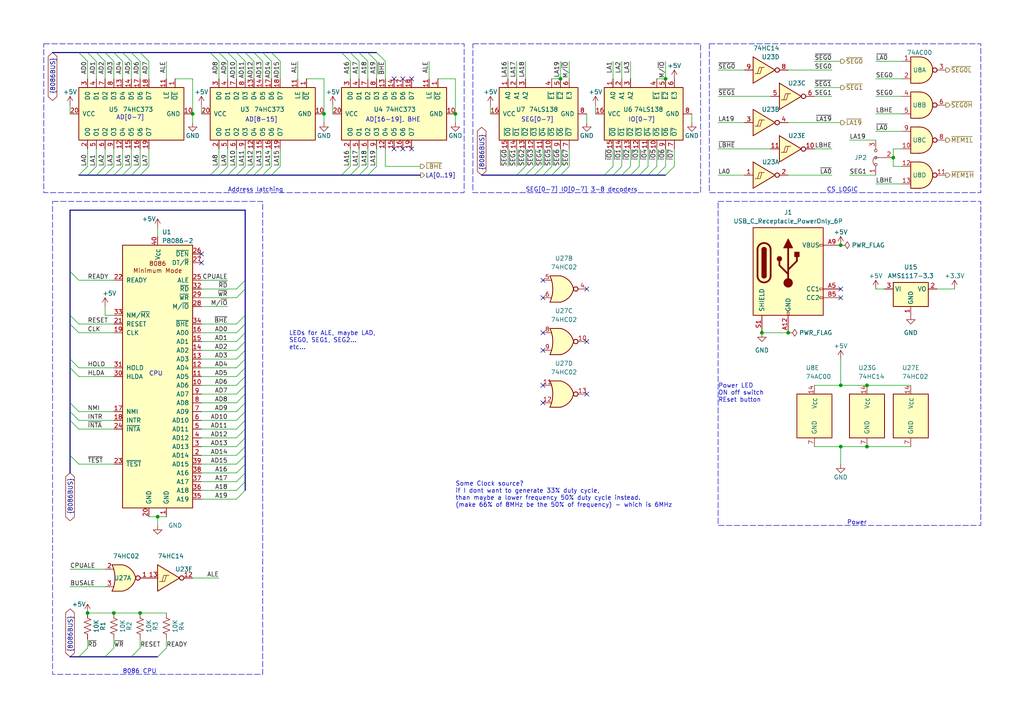
<source format=kicad_sch>
(kicad_sch (version 20230121) (generator eeschema)
  (paper "A4")
  (junction (at 243.84 129.54))
  (junction (at 220.98 96.52))
  (junction (at 162.56 22.86))
  (junction (at 33.02 177.8))
  (junction (at 251.46 111.76))
  (junction (at 93.98 33.02))
  (junction (at 40.64 177.8))
  (junction (at 243.84 111.76))
  (junction (at 45.72 149.86))
  (junction (at 132.08 33.02))
  (junction (at 193.04 22.86))
  (junction (at 228.6 96.52))
  (junction (at 243.84 71.12))
  (junction (at 251.46 129.54))
  (junction (at 25.4 177.8))
  (junction (at 259.08 45.72))
  (junction (at 55.88 33.02))
  (no_connect (at 157.48 116.84))
  (no_connect (at 58.42 73.66))
  (no_connect (at 243.84 83.82))
  (no_connect (at 157.48 111.76))
  (no_connect (at 243.84 86.36))
  (no_connect (at 119.38 22.86))
  (no_connect (at 114.3 43.18))
  (no_connect (at 116.84 22.86))
  (no_connect (at 157.48 96.52))
  (no_connect (at 157.48 101.6))
  (no_connect (at 170.18 83.82))
  (no_connect (at 157.48 86.36))
  (no_connect (at 170.18 114.3))
  (no_connect (at 116.84 43.18))
  (no_connect (at 119.38 43.18))
  (no_connect (at 170.18 99.06))
  (no_connect (at 58.42 76.2))
  (no_connect (at 114.3 22.86))
  (no_connect (at 157.48 81.28))
  (bus_entry (at 78.74 15.24) (size 2.54 2.54))
  (bus_entry (at 78.74 48.26) (size -2.54 2.54))
  (bus_entry (at 27.94 15.24) (size 2.54 2.54))
  (bus_entry (at 22.86 190.5) (size 2.54 -2.54))
  (bus_entry (at 71.12 114.3) (size -2.54 2.54))
  (bus_entry (at 22.86 15.24) (size 2.54 2.54))
  (bus_entry (at 38.1 15.24) (size 2.54 2.54))
  (bus_entry (at 71.12 121.92) (size -2.54 2.54))
  (bus_entry (at 27.94 48.26) (size -2.54 2.54))
  (bus_entry (at 43.18 48.26) (size -2.54 2.54))
  (bus_entry (at 71.12 91.44) (size -2.54 2.54))
  (bus_entry (at 20.32 119.38) (size 2.54 2.54))
  (bus_entry (at 71.12 109.22) (size -2.54 2.54))
  (bus_entry (at 160.02 50.8) (size 2.54 -2.54))
  (bus_entry (at 20.32 132.08) (size 2.54 2.54))
  (bus_entry (at 71.12 127) (size -2.54 2.54))
  (bus_entry (at 71.12 93.98) (size -2.54 2.54))
  (bus_entry (at 71.12 81.28) (size -2.54 2.54))
  (bus_entry (at 187.96 50.8) (size 2.54 -2.54))
  (bus_entry (at 33.02 15.24) (size 2.54 2.54))
  (bus_entry (at 71.12 104.14) (size -2.54 2.54))
  (bus_entry (at 68.58 15.24) (size 2.54 2.54))
  (bus_entry (at 63.5 48.26) (size -2.54 2.54))
  (bus_entry (at 60.96 15.24) (size 2.54 2.54))
  (bus_entry (at 101.6 48.26) (size -2.54 2.54))
  (bus_entry (at 30.48 15.24) (size 2.54 2.54))
  (bus_entry (at 76.2 48.26) (size -2.54 2.54))
  (bus_entry (at 20.32 106.68) (size 2.54 2.54))
  (bus_entry (at 157.48 50.8) (size 2.54 -2.54))
  (bus_entry (at 71.12 119.38) (size -2.54 2.54))
  (bus_entry (at 71.12 132.08) (size -2.54 2.54))
  (bus_entry (at 101.6 15.24) (size 2.54 2.54))
  (bus_entry (at 149.86 50.8) (size 2.54 -2.54))
  (bus_entry (at 73.66 15.24) (size 2.54 2.54))
  (bus_entry (at 71.12 101.6) (size -2.54 2.54))
  (bus_entry (at 68.58 48.26) (size -2.54 2.54))
  (bus_entry (at 33.02 48.26) (size -2.54 2.54))
  (bus_entry (at 71.12 134.62) (size -2.54 2.54))
  (bus_entry (at 66.04 48.26) (size -2.54 2.54))
  (bus_entry (at 106.68 15.24) (size 2.54 2.54))
  (bus_entry (at 104.14 15.24) (size 2.54 2.54))
  (bus_entry (at 81.28 48.26) (size -2.54 2.54))
  (bus_entry (at 71.12 124.46) (size -2.54 2.54))
  (bus_entry (at 20.32 93.98) (size 2.54 2.54))
  (bus_entry (at 106.68 48.26) (size -2.54 2.54))
  (bus_entry (at 20.32 116.84) (size 2.54 2.54))
  (bus_entry (at 38.1 190.5) (size 2.54 -2.54))
  (bus_entry (at 175.26 50.8) (size 2.54 -2.54))
  (bus_entry (at 180.34 50.8) (size 2.54 -2.54))
  (bus_entry (at 71.12 137.16) (size -2.54 2.54))
  (bus_entry (at 71.12 96.52) (size -2.54 2.54))
  (bus_entry (at 71.12 83.82) (size -2.54 2.54))
  (bus_entry (at 71.12 129.54) (size -2.54 2.54))
  (bus_entry (at 76.2 15.24) (size 2.54 2.54))
  (bus_entry (at 109.22 48.26) (size -2.54 2.54))
  (bus_entry (at 190.5 50.8) (size 2.54 -2.54))
  (bus_entry (at 182.88 50.8) (size 2.54 -2.54))
  (bus_entry (at 20.32 121.92) (size 2.54 2.54))
  (bus_entry (at 71.12 142.24) (size -2.54 2.54))
  (bus_entry (at 40.64 48.26) (size -2.54 2.54))
  (bus_entry (at 27.94 50.8) (size 2.54 -2.54))
  (bus_entry (at 71.12 48.26) (size -2.54 2.54))
  (bus_entry (at 104.14 48.26) (size -2.54 2.54))
  (bus_entry (at 109.22 15.24) (size 2.54 2.54))
  (bus_entry (at 71.12 15.24) (size 2.54 2.54))
  (bus_entry (at 35.56 48.26) (size -2.54 2.54))
  (bus_entry (at 71.12 99.06) (size -2.54 2.54))
  (bus_entry (at 38.1 48.26) (size -2.54 2.54))
  (bus_entry (at 73.66 48.26) (size -2.54 2.54))
  (bus_entry (at 30.48 190.5) (size 2.54 -2.54))
  (bus_entry (at 63.5 15.24) (size 2.54 2.54))
  (bus_entry (at 152.4 50.8) (size 2.54 -2.54))
  (bus_entry (at 177.8 50.8) (size 2.54 -2.54))
  (bus_entry (at 71.12 111.76) (size -2.54 2.54))
  (bus_entry (at 45.72 190.5) (size 2.54 -2.54))
  (bus_entry (at 20.32 91.44) (size 2.54 2.54))
  (bus_entry (at 20.32 78.74) (size 2.54 2.54))
  (bus_entry (at 154.94 50.8) (size 2.54 -2.54))
  (bus_entry (at 66.04 15.24) (size 2.54 2.54))
  (bus_entry (at 40.64 15.24) (size 2.54 2.54))
  (bus_entry (at 71.12 106.68) (size -2.54 2.54))
  (bus_entry (at 35.56 15.24) (size 2.54 2.54))
  (bus_entry (at 71.12 116.84) (size -2.54 2.54))
  (bus_entry (at 99.06 15.24) (size 2.54 2.54))
  (bus_entry (at 71.12 139.7) (size -2.54 2.54))
  (bus_entry (at 25.4 15.24) (size 2.54 2.54))
  (bus_entry (at 162.56 50.8) (size 2.54 -2.54))
  (bus_entry (at 20.32 104.14) (size 2.54 2.54))
  (bus_entry (at 185.42 50.8) (size 2.54 -2.54))
  (bus_entry (at 193.04 50.8) (size 2.54 -2.54))
  (bus_entry (at 25.4 48.26) (size -2.54 2.54))
  (bus (pts (xy 101.6 50.8) (xy 104.14 50.8)))
  (wire (pts (xy 45.72 152.4) (xy 45.72 149.86)))
  (wire (pts (xy 254 27.94) (xy 261.62 27.94)))
  (wire (pts (xy 38.1 43.18) (xy 38.1 48.26)))
  (wire (pts (xy 200.66 33.02) (xy 200.66 35.56)))
  (wire (pts (xy 22.86 93.98) (xy 33.02 93.98)))
  (bus (pts (xy 182.88 50.8) (xy 185.42 50.8)))
  (wire (pts (xy 22.86 106.68) (xy 33.02 106.68)))
  (wire (pts (xy 236.22 111.76) (xy 243.84 111.76)))
  (wire (pts (xy 58.42 93.98) (xy 68.58 93.98)))
  (wire (pts (xy 111.76 17.78) (xy 111.76 22.86)))
  (bus (pts (xy 35.56 50.8) (xy 38.1 50.8)))
  (bus (pts (xy 20.32 104.14) (xy 20.32 93.98)))
  (wire (pts (xy 58.42 96.52) (xy 68.58 96.52)))
  (wire (pts (xy 208.28 35.56) (xy 215.9 35.56)))
  (wire (pts (xy 246.38 40.64) (xy 254 40.64)))
  (wire (pts (xy 20.32 170.18) (xy 30.48 170.18)))
  (wire (pts (xy 58.42 88.9) (xy 66.04 88.9)))
  (wire (pts (xy 177.8 17.78) (xy 177.8 22.86)))
  (bus (pts (xy 190.5 50.8) (xy 193.04 50.8)))
  (wire (pts (xy 165.1 48.26) (xy 165.1 43.18)))
  (bus (pts (xy 38.1 190.5) (xy 30.48 190.5)))
  (wire (pts (xy 25.4 17.78) (xy 25.4 22.86)))
  (wire (pts (xy 236.22 17.78) (xy 243.84 17.78)))
  (bus (pts (xy 71.12 109.22) (xy 71.12 111.76)))
  (wire (pts (xy 45.72 66.04) (xy 45.72 68.58)))
  (wire (pts (xy 259.08 45.72) (xy 259.08 48.26)))
  (wire (pts (xy 152.4 48.26) (xy 152.4 43.18)))
  (wire (pts (xy 68.58 114.3) (xy 58.42 114.3)))
  (wire (pts (xy 121.92 48.26) (xy 111.76 48.26)))
  (wire (pts (xy 132.08 22.86) (xy 132.08 33.02)))
  (bus (pts (xy 71.12 60.96) (xy 71.12 81.28)))
  (bus (pts (xy 40.64 50.8) (xy 60.96 50.8)))
  (wire (pts (xy 259.08 45.72) (xy 259.08 43.18)))
  (wire (pts (xy 81.28 17.78) (xy 81.28 22.86)))
  (wire (pts (xy 187.96 43.18) (xy 187.96 48.26)))
  (wire (pts (xy 147.32 17.78) (xy 147.32 22.86)))
  (wire (pts (xy 71.12 17.78) (xy 71.12 22.86)))
  (wire (pts (xy 58.42 86.36) (xy 68.58 86.36)))
  (wire (pts (xy 147.32 43.18) (xy 147.32 48.26)))
  (wire (pts (xy 43.18 17.78) (xy 43.18 22.86)))
  (bus (pts (xy 15.24 15.24) (xy 22.86 15.24)))
  (wire (pts (xy 68.58 124.46) (xy 58.42 124.46)))
  (bus (pts (xy 30.48 15.24) (xy 33.02 15.24)))
  (wire (pts (xy 22.86 96.52) (xy 33.02 96.52)))
  (bus (pts (xy 45.72 190.5) (xy 38.1 190.5)))
  (wire (pts (xy 25.4 185.42) (xy 25.4 187.96)))
  (wire (pts (xy 22.86 109.22) (xy 33.02 109.22)))
  (wire (pts (xy 30.48 88.9) (xy 30.48 91.44)))
  (wire (pts (xy 22.86 134.62) (xy 33.02 134.62)))
  (bus (pts (xy 20.32 93.98) (xy 20.32 91.44)))
  (wire (pts (xy 190.5 43.18) (xy 190.5 48.26)))
  (wire (pts (xy 180.34 43.18) (xy 180.34 48.26)))
  (wire (pts (xy 251.46 129.54) (xy 264.16 129.54)))
  (wire (pts (xy 30.48 43.18) (xy 30.48 48.26)))
  (bus (pts (xy 180.34 50.8) (xy 182.88 50.8)))
  (wire (pts (xy 71.12 43.18) (xy 71.12 48.26)))
  (wire (pts (xy 58.42 81.28) (xy 66.04 81.28)))
  (wire (pts (xy 254 38.1) (xy 261.62 38.1)))
  (bus (pts (xy 76.2 15.24) (xy 78.74 15.24)))
  (wire (pts (xy 66.04 43.18) (xy 66.04 48.26)))
  (bus (pts (xy 35.56 15.24) (xy 38.1 15.24)))
  (wire (pts (xy 22.86 119.38) (xy 33.02 119.38)))
  (wire (pts (xy 86.36 17.78) (xy 86.36 22.86)))
  (wire (pts (xy 38.1 17.78) (xy 38.1 22.86)))
  (bus (pts (xy 76.2 50.8) (xy 78.74 50.8)))
  (wire (pts (xy 220.98 96.52) (xy 228.6 96.52)))
  (wire (pts (xy 40.64 185.42) (xy 40.64 187.96)))
  (wire (pts (xy 81.28 43.18) (xy 81.28 48.26)))
  (bus (pts (xy 20.32 119.38) (xy 20.32 116.84)))
  (wire (pts (xy 55.88 33.02) (xy 55.88 35.56)))
  (bus (pts (xy 20.32 116.84) (xy 20.32 106.68)))
  (wire (pts (xy 195.58 43.18) (xy 195.58 48.26)))
  (wire (pts (xy 104.14 43.18) (xy 104.14 48.26)))
  (bus (pts (xy 66.04 15.24) (xy 68.58 15.24)))
  (bus (pts (xy 71.12 124.46) (xy 71.12 127)))
  (wire (pts (xy 68.58 17.78) (xy 68.58 22.86)))
  (bus (pts (xy 71.12 111.76) (xy 71.12 114.3)))
  (wire (pts (xy 109.22 17.78) (xy 109.22 22.86)))
  (wire (pts (xy 78.74 43.18) (xy 78.74 48.26)))
  (wire (pts (xy 48.26 185.42) (xy 48.26 187.96)))
  (wire (pts (xy 101.6 17.78) (xy 101.6 22.86)))
  (bus (pts (xy 20.32 132.08) (xy 20.32 137.16)))
  (bus (pts (xy 101.6 15.24) (xy 104.14 15.24)))
  (wire (pts (xy 68.58 111.76) (xy 58.42 111.76)))
  (bus (pts (xy 63.5 50.8) (xy 66.04 50.8)))
  (wire (pts (xy 63.5 17.78) (xy 63.5 22.86)))
  (bus (pts (xy 162.56 50.8) (xy 160.02 50.8)))
  (wire (pts (xy 106.68 43.18) (xy 106.68 48.26)))
  (wire (pts (xy 68.58 116.84) (xy 58.42 116.84)))
  (bus (pts (xy 20.32 91.44) (xy 20.32 78.74)))
  (wire (pts (xy 246.38 50.8) (xy 254 50.8)))
  (bus (pts (xy 63.5 15.24) (xy 66.04 15.24)))
  (wire (pts (xy 182.88 17.78) (xy 182.88 22.86)))
  (wire (pts (xy 78.74 17.78) (xy 78.74 22.86)))
  (bus (pts (xy 104.14 15.24) (xy 106.68 15.24)))
  (bus (pts (xy 38.1 50.8) (xy 40.64 50.8)))
  (wire (pts (xy 180.34 17.78) (xy 180.34 22.86)))
  (bus (pts (xy 185.42 50.8) (xy 187.96 50.8)))
  (wire (pts (xy 154.94 43.18) (xy 154.94 48.26)))
  (bus (pts (xy 157.48 50.8) (xy 160.02 50.8)))
  (bus (pts (xy 152.4 50.8) (xy 154.94 50.8)))
  (bus (pts (xy 106.68 15.24) (xy 109.22 15.24)))
  (wire (pts (xy 68.58 101.6) (xy 58.42 101.6)))
  (wire (pts (xy 43.18 149.86) (xy 45.72 149.86)))
  (wire (pts (xy 254 83.82) (xy 256.54 83.82)))
  (bus (pts (xy 71.12 139.7) (xy 71.12 142.24)))
  (wire (pts (xy 50.8 22.86) (xy 55.88 22.86)))
  (wire (pts (xy 33.02 17.78) (xy 33.02 22.86)))
  (bus (pts (xy 71.12 119.38) (xy 71.12 121.92)))
  (bus (pts (xy 177.8 50.8) (xy 180.34 50.8)))
  (wire (pts (xy 76.2 43.18) (xy 76.2 48.26)))
  (bus (pts (xy 71.12 81.28) (xy 71.12 83.82)))
  (wire (pts (xy 101.6 43.18) (xy 101.6 48.26)))
  (wire (pts (xy 106.68 17.78) (xy 106.68 22.86)))
  (bus (pts (xy 20.32 106.68) (xy 20.32 104.14)))
  (wire (pts (xy 76.2 17.78) (xy 76.2 22.86)))
  (wire (pts (xy 208.28 27.94) (xy 223.52 27.94)))
  (wire (pts (xy 208.28 50.8) (xy 215.9 50.8)))
  (wire (pts (xy 93.98 33.02) (xy 93.98 35.56)))
  (bus (pts (xy 40.64 15.24) (xy 60.96 15.24)))
  (wire (pts (xy 243.84 35.56) (xy 228.6 35.56)))
  (wire (pts (xy 43.18 43.18) (xy 43.18 48.26)))
  (bus (pts (xy 71.12 50.8) (xy 73.66 50.8)))
  (wire (pts (xy 58.42 30.48) (xy 58.42 33.02)))
  (bus (pts (xy 99.06 15.24) (xy 101.6 15.24)))
  (wire (pts (xy 68.58 119.38) (xy 58.42 119.38)))
  (bus (pts (xy 25.4 15.24) (xy 27.94 15.24)))
  (wire (pts (xy 162.56 43.18) (xy 162.56 48.26)))
  (bus (pts (xy 175.26 50.8) (xy 177.8 50.8)))
  (wire (pts (xy 22.86 124.46) (xy 33.02 124.46)))
  (wire (pts (xy 68.58 99.06) (xy 58.42 99.06)))
  (wire (pts (xy 142.24 30.48) (xy 142.24 33.02)))
  (bus (pts (xy 27.94 15.24) (xy 30.48 15.24)))
  (bus (pts (xy 22.86 15.24) (xy 25.4 15.24)))
  (bus (pts (xy 71.12 121.92) (xy 71.12 124.46)))
  (bus (pts (xy 20.32 78.74) (xy 20.32 60.96)))
  (wire (pts (xy 68.58 129.54) (xy 58.42 129.54)))
  (wire (pts (xy 68.58 106.68) (xy 58.42 106.68)))
  (wire (pts (xy 33.02 185.42) (xy 33.02 187.96)))
  (wire (pts (xy 243.84 134.62) (xy 243.84 129.54)))
  (wire (pts (xy 254 17.78) (xy 261.62 17.78)))
  (wire (pts (xy 254 53.34) (xy 261.62 53.34)))
  (wire (pts (xy 157.48 43.18) (xy 157.48 48.26)))
  (wire (pts (xy 124.46 17.78) (xy 124.46 22.86)))
  (bus (pts (xy 73.66 15.24) (xy 76.2 15.24)))
  (wire (pts (xy 132.08 33.02) (xy 132.08 35.56)))
  (bus (pts (xy 60.96 50.8) (xy 63.5 50.8)))
  (wire (pts (xy 208.28 43.18) (xy 223.52 43.18)))
  (wire (pts (xy 236.22 25.4) (xy 243.84 25.4)))
  (wire (pts (xy 193.04 17.78) (xy 193.04 22.86)))
  (bus (pts (xy 71.12 116.84) (xy 71.12 119.38)))
  (bus (pts (xy 33.02 15.24) (xy 35.56 15.24)))
  (bus (pts (xy 71.12 114.3) (xy 71.12 116.84)))
  (wire (pts (xy 109.22 43.18) (xy 109.22 48.26)))
  (bus (pts (xy 106.68 50.8) (xy 121.92 50.8)))
  (bus (pts (xy 71.12 106.68) (xy 71.12 109.22)))
  (wire (pts (xy 190.5 22.86) (xy 193.04 22.86)))
  (bus (pts (xy 71.12 83.82) (xy 71.12 91.44)))
  (wire (pts (xy 20.32 165.1) (xy 30.48 165.1)))
  (wire (pts (xy 111.76 48.26) (xy 111.76 43.18)))
  (bus (pts (xy 71.12 104.14) (xy 71.12 106.68)))
  (wire (pts (xy 149.86 17.78) (xy 149.86 22.86)))
  (bus (pts (xy 38.1 15.24) (xy 40.64 15.24)))
  (wire (pts (xy 185.42 43.18) (xy 185.42 48.26)))
  (wire (pts (xy 33.02 177.8) (xy 40.64 177.8)))
  (wire (pts (xy 58.42 83.82) (xy 68.58 83.82)))
  (bus (pts (xy 71.12 99.06) (xy 71.12 101.6)))
  (wire (pts (xy 127 22.86) (xy 132.08 22.86)))
  (wire (pts (xy 40.64 43.18) (xy 40.64 48.26)))
  (wire (pts (xy 40.64 177.8) (xy 48.26 177.8)))
  (wire (pts (xy 68.58 134.62) (xy 58.42 134.62)))
  (bus (pts (xy 20.32 121.92) (xy 20.32 119.38)))
  (wire (pts (xy 33.02 91.44) (xy 30.48 91.44)))
  (bus (pts (xy 66.04 50.8) (xy 68.58 50.8)))
  (wire (pts (xy 22.86 121.92) (xy 33.02 121.92)))
  (wire (pts (xy 27.94 17.78) (xy 27.94 22.86)))
  (wire (pts (xy 22.86 81.28) (xy 33.02 81.28)))
  (wire (pts (xy 241.3 50.8) (xy 228.6 50.8)))
  (wire (pts (xy 68.58 137.16) (xy 58.42 137.16)))
  (wire (pts (xy 236.22 129.54) (xy 243.84 129.54)))
  (wire (pts (xy 73.66 43.18) (xy 73.66 48.26)))
  (wire (pts (xy 63.5 43.18) (xy 63.5 48.26)))
  (bus (pts (xy 71.12 93.98) (xy 71.12 96.52)))
  (wire (pts (xy 58.42 104.14) (xy 68.58 104.14)))
  (wire (pts (xy 170.18 35.56) (xy 170.18 33.02)))
  (bus (pts (xy 73.66 50.8) (xy 76.2 50.8)))
  (bus (pts (xy 71.12 132.08) (xy 71.12 134.62)))
  (bus (pts (xy 187.96 50.8) (xy 190.5 50.8)))
  (wire (pts (xy 68.58 144.78) (xy 58.42 144.78)))
  (bus (pts (xy 20.32 132.08) (xy 20.32 121.92)))
  (wire (pts (xy 96.52 30.48) (xy 96.52 33.02)))
  (wire (pts (xy 63.5 167.64) (xy 55.88 167.64)))
  (wire (pts (xy 160.02 22.86) (xy 162.56 22.86)))
  (bus (pts (xy 99.06 50.8) (xy 101.6 50.8)))
  (wire (pts (xy 73.66 17.78) (xy 73.66 22.86)))
  (wire (pts (xy 149.86 43.18) (xy 149.86 48.26)))
  (bus (pts (xy 139.7 50.8) (xy 149.86 50.8)))
  (wire (pts (xy 68.58 139.7) (xy 58.42 139.7)))
  (bus (pts (xy 157.48 50.8) (xy 154.94 50.8)))
  (wire (pts (xy 160.02 43.18) (xy 160.02 48.26)))
  (bus (pts (xy 71.12 101.6) (xy 71.12 104.14)))
  (bus (pts (xy 20.32 60.96) (xy 71.12 60.96)))
  (wire (pts (xy 208.28 20.32) (xy 215.9 20.32)))
  (wire (pts (xy 68.58 132.08) (xy 58.42 132.08)))
  (wire (pts (xy 182.88 43.18) (xy 182.88 48.26)))
  (wire (pts (xy 243.84 111.76) (xy 251.46 111.76)))
  (wire (pts (xy 68.58 109.22) (xy 58.42 109.22)))
  (wire (pts (xy 243.84 104.14) (xy 243.84 111.76)))
  (wire (pts (xy 55.88 22.86) (xy 55.88 33.02)))
  (wire (pts (xy 254 22.86) (xy 261.62 22.86)))
  (wire (pts (xy 25.4 177.8) (xy 33.02 177.8)))
  (wire (pts (xy 68.58 142.24) (xy 58.42 142.24)))
  (bus (pts (xy 30.48 50.8) (xy 33.02 50.8)))
  (wire (pts (xy 172.72 30.48) (xy 172.72 33.02)))
  (wire (pts (xy 66.04 17.78) (xy 66.04 22.86)))
  (bus (pts (xy 162.56 50.8) (xy 175.26 50.8)))
  (wire (pts (xy 243.84 129.54) (xy 251.46 129.54)))
  (wire (pts (xy 104.14 17.78) (xy 104.14 22.86)))
  (bus (pts (xy 71.12 15.24) (xy 73.66 15.24)))
  (wire (pts (xy 241.3 20.32) (xy 228.6 20.32)))
  (bus (pts (xy 149.86 50.8) (xy 152.4 50.8)))
  (wire (pts (xy 30.48 17.78) (xy 30.48 22.86)))
  (wire (pts (xy 165.1 17.78) (xy 165.1 22.86)))
  (wire (pts (xy 259.08 43.18) (xy 261.62 43.18)))
  (wire (pts (xy 25.4 43.18) (xy 25.4 48.26)))
  (bus (pts (xy 22.86 50.8) (xy 25.4 50.8)))
  (bus (pts (xy 71.12 137.16) (xy 71.12 139.7)))
  (bus (pts (xy 33.02 50.8) (xy 35.56 50.8)))
  (wire (pts (xy 20.32 30.48) (xy 20.32 33.02)))
  (wire (pts (xy 27.94 43.18) (xy 27.94 48.26)))
  (bus (pts (xy 71.12 127) (xy 71.12 129.54)))
  (bus (pts (xy 68.58 50.8) (xy 71.12 50.8)))
  (wire (pts (xy 35.56 43.18) (xy 35.56 48.26)))
  (wire (pts (xy 276.86 83.82) (xy 271.78 83.82)))
  (bus (pts (xy 71.12 96.52) (xy 71.12 99.06)))
  (bus (pts (xy 78.74 15.24) (xy 99.06 15.24)))
  (bus (pts (xy 104.14 50.8) (xy 106.68 50.8)))
  (wire (pts (xy 241.3 43.18) (xy 236.22 43.18)))
  (wire (pts (xy 193.04 43.18) (xy 193.04 48.26)))
  (bus (pts (xy 22.86 190.5) (xy 20.32 190.5)))
  (wire (pts (xy 88.9 22.86) (xy 93.98 22.86)))
  (wire (pts (xy 152.4 17.78) (xy 152.4 22.86)))
  (wire (pts (xy 35.56 17.78) (xy 35.56 22.86)))
  (wire (pts (xy 68.58 121.92) (xy 58.42 121.92)))
  (bus (pts (xy 71.12 129.54) (xy 71.12 132.08)))
  (wire (pts (xy 33.02 43.18) (xy 33.02 48.26)))
  (wire (pts (xy 68.58 43.18) (xy 68.58 48.26)))
  (bus (pts (xy 30.48 190.5) (xy 22.86 190.5)))
  (wire (pts (xy 251.46 111.76) (xy 264.16 111.76)))
  (bus (pts (xy 68.58 15.24) (xy 71.12 15.24)))
  (wire (pts (xy 177.8 48.26) (xy 177.8 43.18)))
  (wire (pts (xy 261.62 48.26) (xy 259.08 48.26)))
  (wire (pts (xy 162.56 17.78) (xy 162.56 22.86)))
  (wire (pts (xy 40.64 17.78) (xy 40.64 22.86)))
  (wire (pts (xy 48.26 17.78) (xy 48.26 22.86)))
  (bus (pts (xy 27.94 50.8) (xy 30.48 50.8)))
  (bus (pts (xy 71.12 134.62) (xy 71.12 137.16)))
  (bus (pts (xy 25.4 50.8) (xy 27.94 50.8)))
  (wire (pts (xy 241.3 27.94) (xy 236.22 27.94)))
  (bus (pts (xy 60.96 15.24) (xy 63.5 15.24)))
  (wire (pts (xy 45.72 149.86) (xy 48.26 149.86)))
  (bus (pts (xy 78.74 50.8) (xy 99.06 50.8)))
  (wire (pts (xy 93.98 22.86) (xy 93.98 33.02)))
  (wire (pts (xy 254 33.02) (xy 261.62 33.02)))
  (wire (pts (xy 68.58 127) (xy 58.42 127)))
  (bus (pts (xy 71.12 91.44) (xy 71.12 93.98)))
  (rectangle (start 208.28 58.42) (end 284.48 152.4) (stroke (width 0) (type dash)))
  (rectangle (start 12.7 12.7) (end 134.62 55.88) (stroke (width 0) (type dash)))
  (rectangle (start 137.16 12.7) (end 203.2 55.88) (stroke (width 0) (type dash)))
  (rectangle (start 15.24 58.42) (end 76.2 195.58) (stroke (width 0) (type dash)))
  (rectangle (start 205.74 12.7) (end 284.48 55.88) (stroke (width 0) (type dash)))
  (text "SEG[0-7] IO[0-7] 3-8 decoders" (at 152.4 55.88 0) (effects (font (size 1.27 1.27)) (justify left bottom)))
  (text "Power LED\nON off switch\nREset button" (at 208.28 116.84 0) (effects (font (size 1.27 1.27)) (justify left bottom)))
  (text "Some Clock source?\nif I dont want to generate 33% duty cycle,\nthan maybe a lower frequency 50% duty cycle instead.\n(make 66% of 8MHz be the 50% of frequency) - which is 6MHz\n" (at 132.08 147.32 0) (effects (font (size 1.27 1.27)) (justify left bottom)))
  (text "Address latching" (at 66.04 55.88 0) (effects (font (size 1.27 1.27)) (justify left bottom)))
  (text "AD[16-19], BHE" (at 106.045 35.56 0) (effects (font (size 1.27 1.27)) (justify left bottom)))
  (text "CPU" (at 43.18 109.22 0) (effects (font (size 1.27 1.27)) (justify left bottom)))
  (text "IO[0-7]" (at 182.245 35.56 0) (effects (font (size 1.27 1.27)) (justify left bottom)))
  (text "CS LOGIC" (at 248.92 55.88 0) (effects (font (size 1.27 1.27)) (justify right bottom)))
  (text "8086 CPU" (at 35.56 195.58 0) (effects (font (size 1.27 1.27)) (justify left bottom)))
  (text "Power" (at 251.46 152.4 0) (effects (font (size 1.27 1.27)) (justify right bottom)))
  (text "AD[8-15]" (at 71.12 35.56 0) (effects (font (size 1.27 1.27)) (justify left bottom)))
  (text "AD[0-7]" (at 33.655 34.925 0) (effects (font (size 1.27 1.27)) (justify left bottom)))
  (text "SEG[0-7]" (at 151.13 35.56 0) (effects (font (size 1.27 1.27)) (justify left bottom)))
  (text "LEDs for ALE, maybe LAD,\nSEG0, SEG1, SEG2...\netc...\n" (at 83.82 101.6 0) (effects (font (size 1.27 1.27)) (justify left bottom)))
  (label "AD10" (at 66.04 121.92 180))
  (label "AD11" (at 71.12 17.78 270))
  (label "HLDA" (at 25.4 109.22 0))
  (label "~{IO7}" (at 195.58 43.18 270))
  (label "AD3" (at 66.04 104.14 180))
  (label "AD6" (at 40.64 17.78 270))
  (label "AD12" (at 73.66 17.78 270))
  (label "~{SEG5}" (at 160.02 43.18 270))
  (label "~{WR}" (at 66.04 86.36 180))
  (label "~{IO1}" (at 180.34 43.18 270))
  (label "AD14" (at 66.04 132.08 180))
  (label "ALE" (at 48.26 17.78 270))
  (label "LA19" (at 246.38 40.64 0))
  (label "AD15" (at 81.28 17.78 270))
  (label "LA12" (at 73.66 48.26 90))
  (label "LA3" (at 33.02 48.26 90))
  (label "AD11" (at 66.04 124.46 180))
  (label "~{LBHE}" (at 208.28 43.18 0))
  (label "AD4" (at 35.56 17.78 270))
  (label "AD1" (at 66.04 99.06 180))
  (label "~{RD}" (at 25.4 187.96 0))
  (label "LA14" (at 78.74 48.26 90))
  (label "~{BHE}" (at 66.04 93.98 180))
  (label "AD6" (at 66.04 111.76 180))
  (label "~{INTA}" (at 25.4 124.46 0))
  (label "~{WR}" (at 33.02 187.96 0))
  (label "LA17" (at 149.86 17.78 270))
  (label "~{TEST}" (at 25.4 134.62 0))
  (label "LA9" (at 66.04 48.26 90))
  (label "A18" (at 66.04 142.24 180))
  (label "~{SEG4}" (at 157.48 43.18 270))
  (label "A16" (at 66.04 137.16 180))
  (label "READY" (at 48.26 187.96 0))
  (label "M{slash}~{IO}" (at 193.04 17.78 270))
  (label "~{SEG7}" (at 165.1 43.18 270))
  (label "LBHE" (at 254 53.34 0))
  (label "LA2" (at 30.48 48.26 90))
  (label "~{IO3}" (at 185.42 43.18 270))
  (label "LA15" (at 81.28 48.26 90))
  (label "LA3" (at 182.88 17.78 270))
  (label "~{SEG6}" (at 162.56 43.18 270))
  (label "LA0" (at 25.4 48.26 90))
  (label "LA8" (at 63.5 48.26 90))
  (label "~{IO5}" (at 190.5 43.18 270))
  (label "AD9" (at 66.04 17.78 270))
  (label "AD1" (at 27.94 17.78 270))
  (label "LA10" (at 68.58 48.26 90))
  (label "AD5" (at 66.04 109.22 180))
  (label "AD0" (at 66.04 96.52 180))
  (label "AD15" (at 66.04 134.62 180))
  (label "LA6" (at 40.64 48.26 90))
  (label "LBHE" (at 241.3 43.18 180))
  (label "CPUALE" (at 66.04 81.28 180))
  (label "RESET" (at 25.4 93.98 0))
  (label "~{SEG1}" (at 149.86 48.26 90))
  (label "~{BHE}" (at 111.76 17.78 270))
  (label "AD13" (at 66.04 129.54 180))
  (label "RESET" (at 40.64 187.96 0))
  (label "ALE" (at 124.46 17.78 270))
  (label "A16" (at 101.6 17.78 270))
  (label "LA18" (at 152.4 17.78 270))
  (label "AD10" (at 68.58 17.78 270))
  (label "~{IO0}" (at 177.8 43.18 270))
  (label "AD9" (at 66.04 119.38 180))
  (label "~{LA0}" (at 254 38.1 0))
  (label "AD4" (at 66.04 106.68 180))
  (label "LA19" (at 109.22 48.26 90))
  (label "INTR" (at 25.4 121.92 0))
  (label "SEG0" (at 241.3 20.32 180))
  (label "~{SEG1}" (at 236.22 25.4 0))
  (label "AD8" (at 63.5 17.78 270))
  (label "AD7" (at 66.04 114.3 180))
  (label "LA5" (at 38.1 48.26 90))
  (label "LBHE" (at 254 33.02 0))
  (label "LA18" (at 106.68 48.26 90))
  (label "AD5" (at 38.1 17.78 270))
  (label "A17" (at 66.04 139.7 180))
  (label "LA17" (at 104.14 48.26 90))
  (label "A19" (at 109.22 17.78 270))
  (label "~{SEG1}" (at 208.28 27.94 0))
  (label "AD0" (at 25.4 17.78 270))
  (label "AD12" (at 66.04 127 180))
  (label "AD8" (at 66.04 116.84 180))
  (label "M{slash}~{IO}" (at 165.1 17.78 270))
  (label "~{SEG2}" (at 152.4 43.18 270))
  (label "CPUALE" (at 20.32 165.1 0))
  (label "LA4" (at 35.56 48.26 90))
  (label "~{LA0}" (at 254 17.78 0))
  (label "LA16" (at 147.32 17.78 270))
  (label "AD2" (at 66.04 101.6 180))
  (label "AD3" (at 33.02 17.78 270))
  (label "~{IO4}" (at 187.96 43.18 270))
  (label "BUSALE" (at 20.32 170.18 0))
  (label "ALE" (at 86.36 17.78 270))
  (label "SEG0" (at 254 22.86 0))
  (label "LA16" (at 101.6 48.26 90))
  (label "SEG1" (at 241.3 27.94 180))
  (label "~{SEG0}" (at 236.22 17.78 0))
  (label "~{LA19}" (at 241.3 35.56 180))
  (label "READY" (at 25.4 81.28 0))
  (label "NMI" (at 25.4 119.38 0))
  (label "A18" (at 106.68 17.78 270))
  (label "AD13" (at 76.2 17.78 270))
  (label "LA0" (at 208.28 50.8 0))
  (label "ALE" (at 63.5 167.64 180))
  (label "LA1" (at 27.94 48.26 90))
  (label "~{LA0}" (at 241.3 50.8 180))
  (label "~{IO6}" (at 193.04 43.18 270))
  (label "AD14" (at 78.74 17.78 270))
  (label "CLK" (at 25.4 96.52 0))
  (label "LA2" (at 180.34 17.78 270))
  (label "AD7" (at 43.18 17.78 270))
  (label "LA19" (at 208.28 35.56 0))
  (label "A17" (at 104.14 17.78 270))
  (label "LA19" (at 162.56 17.78 270))
  (label "A19" (at 66.04 144.78 180))
  (label "~{SEG0}" (at 147.32 48.26 90))
  (label "LA7" (at 43.18 48.26 90))
  (label "SEG0" (at 254 27.94 0))
  (label "~{RD}" (at 66.04 83.82 180))
  (label "LA13" (at 76.2 48.26 90))
  (label "LA1" (at 177.8 17.78 270))
  (label "SEG1" (at 246.38 50.8 0))
  (label "M{slash}~{IO}" (at 66.04 88.9 180))
  (label "~{IO2}" (at 182.88 43.18 270))
  (label "HOLD" (at 25.4 106.68 0))
  (label "AD2" (at 30.48 17.78 270))
  (label "LA11" (at 71.12 48.26 90))
  (label "~{SEG3}" (at 154.94 43.18 270))
  (label "~{SEG0}" (at 208.28 20.32 0))
  (global_label "{8086BUS}" (shape tri_state) (at 20.32 137.16 270) (property "Intersheetrefs" "${INTERSHEET_REFS}" (effects hide)))
  (global_label "{8086BUS}" (shape tri_state) (at 15.24 15.24 270) (property "Intersheetrefs" "${INTERSHEET_REFS}" (effects hide)))
  (global_label "{8086BUS}" (shape tri_state) (at 139.7 50.8 90) (property "Intersheetrefs" "${INTERSHEET_REFS}" (effects hide)))
  (global_label "{8086BUS}" (shape tri_state) (at 20.32 190.5 90) (property "Intersheetrefs" "${INTERSHEET_REFS}" (effects hide)))
  (hierarchical_label "~{SEG0}" (shape output) (at 243.84 17.78 0))
  (hierarchical_label "~{LA19}" (shape output) (at 243.84 35.56 0))
  (hierarchical_label "~{MEM1H}" (shape output) (at 274.32 50.8 0))
  (hierarchical_label "~{MEM1L}" (shape output) (at 274.32 40.64 0))
  (hierarchical_label "LA[0..19]" (shape output) (at 121.92 50.8 0))
  (hierarchical_label "~{SEG0L}" (shape output) (at 274.32 20.32 0))
  (hierarchical_label "~{SEG1}" (shape output) (at 243.84 25.4 0))
  (hierarchical_label "~{LBHE}" (shape output) (at 121.92 48.26 0))
  (hierarchical_label "~{SEG0H}" (shape output) (at 274.32 30.48 0))
  (symbol (lib_id "8086PC:74HC14") (at 220.98 50.8 0) (unit 1)
    (property "Reference" "U23" (at 223.52 46.99 0))
    (property "Value" "74HC14" (effects hide))
    (property "Footprint" "Package_SO:SOIC-14_3.9x8.7mm_P1.27mm" (effects hide))
    (property "Datasheet" "https://www.diodes.com/assets/Datasheets/74HC14.pdf" (effects hide))
  )
  (symbol (lib_id "Device:R_US") (at 33.02 181.61 0) (unit 1)
    (property "Reference" "R2" (at 37.465 181.61 90))
    (property "Value" "10K" (at 35.56 181.61 90))
    (property "Footprint" "Resistor_SMD:R_0603_1608Metric_Pad0.98x0.95mm_HandSolder" (effects hide))
  )
  (symbol (lib_id "8086PC:74HC02") (at 35.56 167.64 0) (unit 1) (in_bom no)
    (property "Reference" "U27" (at 35.56 167.64 0))
    (property "Value" "74HC02" (at 36.576 161.29 0))
    (property "Footprint" "Package_SO:SOIC-14_3.9x8.7mm_P1.27mm" (effects hide))
    (property "Datasheet" "https://www.mouser.com/datasheet/2/308/74HC02-108776.pdf" (effects hide))
  )
  (symbol (lib_id "power:+5V") (at 195.58 22.86 0) (mirror y) (unit 1)
    (property "Reference" "#PWR07" (effects hide))
    (property "Value" "+5V" (at 195.58 19.05 0))
  )
  (symbol (lib_id "power:GND") (at 55.88 35.56 0) (mirror y) (unit 1)
    (property "Reference" "#PWR013" (effects hide))
    (property "Value" "GND" (at 55.88 39.37 0))
  )
  (symbol (lib_id "8086PC:74HC138") (at 154.94 33.02 90) (mirror x) (unit 1)
    (property "Reference" "U7" (at 152.4 31.75 90) (effects (justify left)))
    (property "Value" "74LS138" (at 161.925 31.75 90) (effects (justify left)))
    (property "Footprint" "Package_SO:SOIC-16_3.9x9.9mm_P1.27mm" (effects hide))
    (property "Datasheet" "https://assets.nexperia.com/documents/data-sheet/74HC_HCT138.pdf" (effects hide))
    (property "Description" "SEG[0-7]" (effects hide))
  )
  (symbol (lib_id "power:+5V") (at 243.84 71.12 0) (unit 1)
    (property "Reference" "#PWR024" (effects hide))
    (property "Value" "+5V" (at 243.84 67.31 0))
  )
  (symbol (lib_id "8086PC:74HC02") (at 162.56 99.06 0) (unit 3) (in_bom no)
    (property "Reference" "U27" (at 163.5724 90.17 0))
    (property "Value" "74HC02" (at 163.5724 92.71 0))
    (property "Footprint" "Package_SO:SOIC-14_3.9x8.7mm_P1.27mm" (effects hide))
    (property "Datasheet" "https://www.mouser.com/datasheet/2/308/74HC02-108776.pdf" (effects hide))
  )
  (symbol (lib_id "power:GND") (at 243.84 134.62 0) (mirror y) (unit 1)
    (property "Reference" "#PWR059" (effects hide))
    (property "Value" "GND" (at 243.84 138.43 0))
  )
  (symbol (lib_id "power:GND") (at 264.16 91.44 0) (unit 1)
    (property "Reference" "#PWR040" (effects hide))
    (property "Value" "GND" (at 264.16 96.52 0))
  )
  (symbol (lib_id "power:+5V") (at 254 83.82 0) (unit 1)
    (property "Reference" "#PWR041" (effects hide))
    (property "Value" "+5V" (at 254 80.01 0))
  )
  (symbol (lib_id "8086PC:8086") (at 45.72 109.22 0) (unit 1)
    (property "Reference" "U1" (at 46.99 67.31 0) (effects (justify left)))
    (property "Value" "P8086-2" (at 46.99 69.85 0) (effects (justify left)))
    (property "Footprint" "Package_DIP:DIP-40_W15.24mm" (effects hide))
    (property "Datasheet" "https://www.inf.pucrs.br/~calazans/undergrad/orgcomp_EC/mat_microproc/intel-8086_datasheet.pdf" (effects hide))
    (property "Datasheet 2" "http://bitsavers.org/components/intel/8086/9800722-03_The_8086_Family_Users_Manual_Oct79.pdf" (effects hide))
  )
  (symbol (lib_id "8086PC:74HC14") (at 220.98 20.32 0) (unit 4)
    (property "Reference" "U23" (at 223.52 16.51 0))
    (property "Value" "74HC14" (at 222.25 13.97 0))
    (property "Footprint" "Package_SO:SOIC-14_3.9x8.7mm_P1.27mm" (effects hide))
    (property "Datasheet" "https://www.diodes.com/assets/Datasheets/74HC14.pdf" (effects hide))
  )
  (symbol (lib_id "power:+3.3V") (at 276.86 83.82 0) (unit 1)
    (property "Reference" "#PWR042" (effects hide))
    (property "Value" "+3.3V" (at 276.86 80.01 0))
  )
  (symbol (lib_id "power:GND") (at 93.98 35.56 0) (mirror y) (unit 1)
    (property "Reference" "#PWR011" (effects hide))
    (property "Value" "GND" (at 93.98 39.37 0))
  )
  (symbol (lib_id "8086PC:74AC00") (at 236.22 119.38 0) (unit 5) (in_bom no)
    (property "Reference" "U8" (at 233.68 106.68 0) (effects (justify left)))
    (property "Value" "74AC00" (at 233.68 109.22 0) (effects (justify left)))
    (property "Footprint" "Package_SO:SOIC-14_3.9x8.7mm_P1.27mm" (effects hide))
    (property "Datasheet" "https://www.mouser.com/datasheet/2/149/74AC00-888462.pdf" (effects hide))
  )
  (symbol (lib_id "8086PC:74HC14") (at 228.6 27.94 0) (unit 3)
    (property "Reference" "U23" (at 231.14 24.13 0))
    (property "Value" "74HC14" (effects hide))
    (property "Footprint" "Package_SO:SOIC-14_3.9x8.7mm_P1.27mm" (effects hide))
    (property "Datasheet" "https://www.diodes.com/assets/Datasheets/74HC14.pdf" (effects hide))
  )
  (symbol (lib_id "8086PC:74AC00") (at 266.7 30.48 0) (unit 2) (in_bom no)
    (property "Reference" "U8" (at 266.7 30.48 0))
    (property "Value" "74AC00" (effects hide))
    (property "Footprint" "Package_SO:SOIC-14_3.9x8.7mm_P1.27mm" (effects hide))
    (property "Datasheet" "https://www.mouser.com/datasheet/2/149/74AC00-888462.pdf" (effects hide))
  )
  (symbol (lib_id "8086PC:jumper_3") (at 254 45.72 90) (unit 1)
    (property "Reference" "JP2" (at 251.46 45.72 90) (effects (justify left)))
    (property "Value" "~" (at 254 45.72 0))
  )
  (symbol (lib_id "Device:R_US") (at 25.4 181.61 0) (unit 1)
    (property "Reference" "R1" (at 29.845 181.61 90))
    (property "Value" "10K" (at 27.94 181.61 90))
    (property "Footprint" "Resistor_SMD:R_0603_1608Metric_Pad0.98x0.95mm_HandSolder" (effects hide))
  )
  (symbol (lib_id "power:+5V") (at 30.48 88.9 0) (unit 1)
    (property "Reference" "#PWR03" (effects hide))
    (property "Value" "+5V" (at 31.75 85.09 0))
  )
  (symbol (lib_id "8086PC:74HC138") (at 185.42 33.02 90) (mirror x) (unit 1)
    (property "Reference" "U6" (at 183.515 31.75 90) (effects (justify left)))
    (property "Value" "74LS138" (at 192.405 31.75 90) (effects (justify left)))
    (property "Footprint" "Package_SO:SOIC-16_3.9x9.9mm_P1.27mm" (effects hide))
    (property "Datasheet" "https://assets.nexperia.com/documents/data-sheet/74HC_HCT138.pdf" (effects hide))
    (property "Description" "IO[0-7]" (effects hide))
  )
  (symbol (lib_id "power:GND") (at 132.08 35.56 0) (mirror y) (unit 1)
    (property "Reference" "#PWR012" (effects hide))
    (property "Value" "GND" (at 132.08 39.37 0))
  )
  (symbol (lib_id "8086PC:74HC14") (at 251.46 121.92 0) (unit 7)
    (property "Reference" "U23" (at 248.92 106.68 0) (effects (justify left)))
    (property "Value" "74HC14" (at 248.92 109.22 0) (effects (justify left)))
    (property "Footprint" "Package_SO:SOIC-14_3.9x8.7mm_P1.27mm" (effects hide))
    (property "Datasheet" "https://www.diodes.com/assets/Datasheets/74HC14.pdf" (effects hide))
  )
  (symbol (lib_id "8086PC:74AC373") (at 76.2 33.02 90) (mirror x) (unit 1)
    (property "Reference" "U3" (at 72.39 31.75 90) (effects (justify left)))
    (property "Value" "74HC373" (at 82.55 31.75 90) (effects (justify left)))
    (property "Footprint" "Package_SO:SOIC-20W_7.5x12.8mm_P1.27mm" (effects hide))
    (property "Datasheet" "https://www.mouser.com/datasheet/2/308/74ac373-1190211.pdf" (effects hide))
    (property "Description" "AD[8-15]" (effects hide))
  )
  (symbol (lib_id "Device:R_US") (at 48.26 181.61 0) (unit 1)
    (property "Reference" "R4" (at 52.705 181.61 90))
    (property "Value" "10K" (at 50.8 181.61 90))
    (property "Footprint" "Resistor_SMD:R_0603_1608Metric_Pad0.98x0.95mm_HandSolder" (effects hide))
  )
  (symbol (lib_id "8086PC:74AC373") (at 114.3 33.02 90) (mirror x) (unit 1)
    (property "Reference" "U4" (at 111.125 31.75 90) (effects (justify left)))
    (property "Value" "74HC373" (at 120.65 31.75 90) (effects (justify left)))
    (property "Footprint" "Package_SO:SOIC-20W_7.5x12.8mm_P1.27mm" (effects hide))
    (property "Datasheet" "https://www.mouser.com/datasheet/2/308/74ac373-1190211.pdf" (effects hide))
    (property "Description" "AD[16-19], BHE" (effects hide))
  )
  (symbol (lib_id "power:+5V") (at 45.72 66.04 0) (unit 1)
    (property "Reference" "#PWR061" (effects hide))
    (property "Value" "+5V" (at 43.18 63.5 0))
  )
  (symbol (lib_id "power:+5V") (at 172.72 30.48 0) (mirror y) (unit 1)
    (property "Reference" "#PWR017" (effects hide))
    (property "Value" "+5V" (at 172.72 26.67 0))
  )
  (symbol (lib_id "Connector:USB_C_Receptacle_PowerOnly_6P") (at 228.6 78.74 0) (unit 1)
    (property "Reference" "J1" (at 228.6 61.595 0))
    (property "Value" "USB_C_Receptacle_PowerOnly_6P" (at 228.6 64.135 0))
    (property "Datasheet" "https://www.usb.org/sites/default/files/documents/usb_type-c.zip" (effects hide))
  )
  (symbol (lib_id "8086PC:74HC14") (at 228.6 43.18 0) (unit 5)
    (property "Reference" "U23" (at 231.14 39.37 0))
    (property "Value" "74HC14" (effects hide))
    (property "Footprint" "Package_SO:SOIC-14_3.9x8.7mm_P1.27mm" (effects hide))
    (property "Datasheet" "https://www.diodes.com/assets/Datasheets/74HC14.pdf" (effects hide))
  )
  (symbol (lib_id "power:+5V") (at 58.42 30.48 0) (mirror y) (unit 1)
    (property "Reference" "#PWR09" (effects hide))
    (property "Value" "+5V" (at 58.42 26.67 0))
  )
  (symbol (lib_id "power:GND") (at 45.72 152.4 0) (unit 1)
    (property "Reference" "#PWR04" (effects hide))
    (property "Value" "GND" (at 50.8 152.4 0))
  )
  (symbol (lib_id "8086PC:74AC373") (at 38.1 33.02 90) (mirror x) (unit 1)
    (property "Reference" "U5" (at 34.29 31.75 90) (effects (justify left)))
    (property "Value" "74HC373" (at 44.45 31.75 90) (effects (justify left)))
    (property "Footprint" "Package_SO:SOIC-20W_7.5x12.8mm_P1.27mm" (effects hide))
    (property "Datasheet" "https://www.mouser.com/datasheet/2/308/74ac373-1190211.pdf" (effects hide))
    (property "Description" "AD[0-7]" (effects hide))
  )
  (symbol (lib_id "8086PC:74AC00") (at 266.7 40.64 0) (unit 3) (in_bom no)
    (property "Reference" "U8" (at 266.7 40.64 0))
    (property "Value" "74AC00" (effects hide))
    (property "Footprint" "Package_SO:SOIC-14_3.9x8.7mm_P1.27mm" (effects hide))
    (property "Datasheet" "https://www.mouser.com/datasheet/2/149/74AC00-888462.pdf" (effects hide))
  )
  (symbol (lib_id "power:+5V") (at 243.84 104.14 0) (mirror y) (unit 1)
    (property "Reference" "#PWR060" (effects hide))
    (property "Value" "+5V" (at 243.84 100.33 0))
  )
  (symbol (lib_id "power:PWR_FLAG") (at 228.6 96.52 270) (unit 1)
    (property "Reference" "#FLG02" (effects hide))
    (property "Value" "PWR_FLAG" (at 231.775 96.52 90) (effects (justify left)))
  )
  (symbol (lib_id "power:+5V") (at 142.24 30.48 0) (mirror y) (unit 1)
    (property "Reference" "#PWR016" (effects hide))
    (property "Value" "+5V" (at 142.24 26.67 0))
  )
  (symbol (lib_id "8086PC:74HC02") (at 162.56 114.3 0) (unit 4) (in_bom no)
    (property "Reference" "U27" (at 163.5724 105.41 0))
    (property "Value" "74HC02" (at 163.5724 107.95 0))
    (property "Footprint" "Package_SO:SOIC-14_3.9x8.7mm_P1.27mm" (effects hide))
    (property "Datasheet" "https://www.mouser.com/datasheet/2/308/74HC02-108776.pdf" (effects hide))
  )
  (symbol (lib_id "power:PWR_FLAG") (at 243.84 71.12 270) (unit 1)
    (property "Reference" "#FLG01" (effects hide))
    (property "Value" "PWR_FLAG" (at 247.015 71.12 90) (effects (justify left)))
  )
  (symbol (lib_id "8086PC:74AC00") (at 266.7 20.32 0) (unit 1) (in_bom no)
    (property "Reference" "U8" (at 266.7 20.32 0))
    (property "Value" "74AC00" (at 266.7 15.24 0))
    (property "Footprint" "Package_SO:SOIC-14_3.9x8.7mm_P1.27mm" (effects hide))
    (property "Datasheet" "https://www.mouser.com/datasheet/2/149/74AC00-888462.pdf" (effects hide))
  )
  (symbol (lib_id "8086PC:74HC02") (at 162.56 83.82 0) (unit 2) (in_bom no)
    (property "Reference" "U27" (at 163.5724 74.93 0))
    (property "Value" "74HC02" (at 163.5724 77.47 0))
    (property "Footprint" "Package_SO:SOIC-14_3.9x8.7mm_P1.27mm" (effects hide))
    (property "Datasheet" "https://www.mouser.com/datasheet/2/308/74HC02-108776.pdf" (effects hide))
  )
  (symbol (lib_id "power:+5V") (at 96.52 30.48 0) (mirror y) (unit 1)
    (property "Reference" "#PWR08" (effects hide))
    (property "Value" "+5V" (at 96.52 26.67 0))
  )
  (symbol (lib_id "power:GND") (at 200.66 35.56 0) (mirror y) (unit 1)
    (property "Reference" "#PWR015" (effects hide))
    (property "Value" "GND" (at 200.66 39.37 0))
  )
  (symbol (lib_id "8086PC:74AC00") (at 266.7 50.8 0) (unit 4) (in_bom no)
    (property "Reference" "U8" (at 266.7 50.8 0))
    (property "Value" "74AC00" (effects hide))
    (property "Footprint" "Package_SO:SOIC-14_3.9x8.7mm_P1.27mm" (effects hide))
    (property "Datasheet" "https://www.mouser.com/datasheet/2/149/74AC00-888462.pdf" (effects hide))
  )
  (symbol (lib_id "power:GND") (at 170.18 35.56 0) (mirror y) (unit 1)
    (property "Reference" "#PWR014" (effects hide))
    (property "Value" "GND" (at 170.18 39.37 0))
  )
  (symbol (lib_id "8086PC:74HC14") (at 220.98 35.56 0) (unit 2)
    (property "Reference" "U23" (at 223.52 31.75 0))
    (property "Value" "74HC14" (effects hide))
    (property "Footprint" "Package_SO:SOIC-14_3.9x8.7mm_P1.27mm" (effects hide))
    (property "Datasheet" "https://www.diodes.com/assets/Datasheets/74HC14.pdf" (effects hide))
  )
  (symbol (lib_id "8086PC:74HC02") (at 264.16 119.38 0) (unit 5) (in_bom no)
    (property "Reference" "U27" (at 261.62 106.68 0) (effects (justify left)))
    (property "Value" "74HC02" (at 261.62 109.22 0) (effects (justify left)))
    (property "Footprint" "Package_SO:SOIC-14_3.9x8.7mm_P1.27mm" (effects hide))
    (property "Datasheet" "https://www.mouser.com/datasheet/2/308/74HC02-108776.pdf" (effects hide))
  )
  (symbol (lib_id "power:GND") (at 220.98 96.52 0) (unit 1)
    (property "Reference" "#PWR023" (effects hide))
    (property "Value" "GND" (at 220.98 101.6 0))
  )
  (symbol (lib_id "Device:R_US") (at 40.64 181.61 0) (unit 1)
    (property "Reference" "R3" (at 45.085 181.61 90))
    (property "Value" "10K" (at 43.18 181.61 90))
    (property "Footprint" "Resistor_SMD:R_0603_1608Metric_Pad0.98x0.95mm_HandSolder" (effects hide))
  )
  (symbol (lib_id "Regulator_Linear:AMS1117-3.3") (at 264.16 83.82 0) (unit 1)
    (property "Reference" "U15" (at 264.16 77.47 0))
    (property "Value" "AMS1117-3.3" (at 264.16 80.01 0))
    (property "Footprint" "Package_TO_SOT_SMD:SOT-223-3_TabPin2" (effects hide))
    (property "Datasheet" "http://www.advanced-monolithic.com/pdf/ds1117.pdf" (effects hide))
  )
  (symbol (lib_id "power:+5V") (at 25.4 177.8 0) (unit 1)
    (property "Reference" "#PWR021" (effects hide))
    (property "Value" "+5V" (at 22.86 175.26 0))
  )
  (symbol (lib_id "power:+5V") (at 20.32 30.48 0) (mirror y) (unit 1)
    (property "Reference" "#PWR010" (effects hide))
    (property "Value" "+5V" (at 20.32 26.67 0))
  )
  (symbol (lib_id "8086PC:74HC14") (at 48.26 167.64 0) (unit 6)
    (property "Reference" "U23" (at 53.34 165.1 0))
    (property "Value" "74HC14" (at 49.53 161.29 0))
    (property "Footprint" "Package_SO:SOIC-14_3.9x8.7mm_P1.27mm" (effects hide))
    (property "Datasheet" "https://www.diodes.com/assets/Datasheets/74HC14.pdf" (effects hide))
  )
)
</source>
